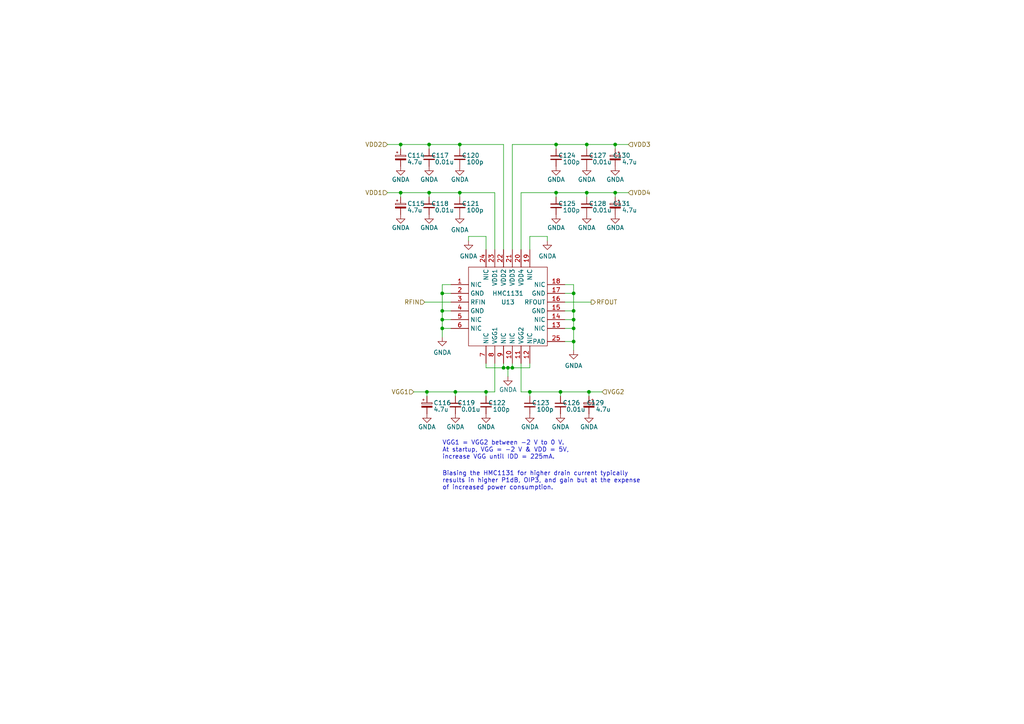
<source format=kicad_sch>
(kicad_sch (version 20211123) (generator eeschema)

  (uuid a0c5a9eb-b1d7-47e2-82e7-a7b45cf0af66)

  (paper "A4")

  (lib_symbols
    (symbol "Analog_Devices:HMC1131" (in_bom yes) (on_board yes)
      (property "Reference" "U13" (id 0) (at 16.51 -5.08 0)
        (effects (font (size 1.27 1.27)))
      )
      (property "Value" "HMC1131" (id 1) (at 16.51 -2.54 0)
        (effects (font (size 1.27 1.27)))
      )
      (property "Footprint" "S23_16_Library:HMC1131LC4TR" (id 2) (at 1.27 7.62 0)
        (effects (font (size 1.27 1.27)) hide)
      )
      (property "Datasheet" "" (id 3) (at 1.27 7.62 0)
        (effects (font (size 1.27 1.27)) hide)
      )
      (symbol "HMC1131_0_1"
        (rectangle (start 5.08 5.08) (end 27.94 -17.78)
          (stroke (width 0) (type default) (color 0 0 0 0))
          (fill (type none))
        )
      )
      (symbol "HMC1131_1_1"
        (pin input line (at 0 0 0) (length 5.08)
          (name "NIC" (effects (font (size 1.27 1.27))))
          (number "1" (effects (font (size 1.27 1.27))))
        )
        (pin input line (at 17.78 -22.86 90) (length 5.08)
          (name "NIC" (effects (font (size 1.27 1.27))))
          (number "10" (effects (font (size 1.27 1.27))))
        )
        (pin input line (at 20.32 -22.86 90) (length 5.08)
          (name "VGG2" (effects (font (size 1.27 1.27))))
          (number "11" (effects (font (size 1.27 1.27))))
        )
        (pin input line (at 22.86 -22.86 90) (length 5.08)
          (name "NIC" (effects (font (size 1.27 1.27))))
          (number "12" (effects (font (size 1.27 1.27))))
        )
        (pin input line (at 33.02 -12.7 180) (length 5.08)
          (name "NIC" (effects (font (size 1.27 1.27))))
          (number "13" (effects (font (size 1.27 1.27))))
        )
        (pin input line (at 33.02 -10.16 180) (length 5.08)
          (name "NIC" (effects (font (size 1.27 1.27))))
          (number "14" (effects (font (size 1.27 1.27))))
        )
        (pin input line (at 33.02 -7.62 180) (length 5.08)
          (name "GND" (effects (font (size 1.27 1.27))))
          (number "15" (effects (font (size 1.27 1.27))))
        )
        (pin input line (at 33.02 -5.08 180) (length 5.08)
          (name "RFOUT" (effects (font (size 1.27 1.27))))
          (number "16" (effects (font (size 1.27 1.27))))
        )
        (pin input line (at 33.02 -2.54 180) (length 5.08)
          (name "GND" (effects (font (size 1.27 1.27))))
          (number "17" (effects (font (size 1.27 1.27))))
        )
        (pin input line (at 33.02 0 180) (length 5.08)
          (name "NIC" (effects (font (size 1.27 1.27))))
          (number "18" (effects (font (size 1.27 1.27))))
        )
        (pin input line (at 22.86 10.16 270) (length 5.08)
          (name "NIC" (effects (font (size 1.27 1.27))))
          (number "19" (effects (font (size 1.27 1.27))))
        )
        (pin input line (at 0 -2.54 0) (length 5.08)
          (name "GND" (effects (font (size 1.27 1.27))))
          (number "2" (effects (font (size 1.27 1.27))))
        )
        (pin input line (at 20.32 10.16 270) (length 5.08)
          (name "VDD4" (effects (font (size 1.27 1.27))))
          (number "20" (effects (font (size 1.27 1.27))))
        )
        (pin input line (at 17.78 10.16 270) (length 5.08)
          (name "VDD3" (effects (font (size 1.27 1.27))))
          (number "21" (effects (font (size 1.27 1.27))))
        )
        (pin input line (at 15.24 10.16 270) (length 5.08)
          (name "VDD2" (effects (font (size 1.27 1.27))))
          (number "22" (effects (font (size 1.27 1.27))))
        )
        (pin input line (at 12.7 10.16 270) (length 5.08)
          (name "VDD1" (effects (font (size 1.27 1.27))))
          (number "23" (effects (font (size 1.27 1.27))))
        )
        (pin input line (at 10.16 10.16 270) (length 5.08)
          (name "NIC" (effects (font (size 1.27 1.27))))
          (number "24" (effects (font (size 1.27 1.27))))
        )
        (pin input line (at 33.02 -16.51 180) (length 5.08)
          (name "PAD" (effects (font (size 1.27 1.27))))
          (number "25" (effects (font (size 1.27 1.27))))
        )
        (pin input line (at 0 -5.08 0) (length 5.08)
          (name "RFIN" (effects (font (size 1.27 1.27))))
          (number "3" (effects (font (size 1.27 1.27))))
        )
        (pin input line (at 0 -7.62 0) (length 5.08)
          (name "GND" (effects (font (size 1.27 1.27))))
          (number "4" (effects (font (size 1.27 1.27))))
        )
        (pin input line (at 0 -10.16 0) (length 5.08)
          (name "NIC" (effects (font (size 1.27 1.27))))
          (number "5" (effects (font (size 1.27 1.27))))
        )
        (pin input line (at 0 -12.7 0) (length 5.08)
          (name "NIC" (effects (font (size 1.27 1.27))))
          (number "6" (effects (font (size 1.27 1.27))))
        )
        (pin input line (at 10.16 -22.86 90) (length 5.08)
          (name "NIC" (effects (font (size 1.27 1.27))))
          (number "7" (effects (font (size 1.27 1.27))))
        )
        (pin input line (at 12.7 -22.86 90) (length 5.08)
          (name "VGG1" (effects (font (size 1.27 1.27))))
          (number "8" (effects (font (size 1.27 1.27))))
        )
        (pin input line (at 15.24 -22.86 90) (length 5.08)
          (name "NIC" (effects (font (size 1.27 1.27))))
          (number "9" (effects (font (size 1.27 1.27))))
        )
      )
    )
    (symbol "Device:C_Polarized_Small" (pin_numbers hide) (pin_names (offset 0.254) hide) (in_bom yes) (on_board yes)
      (property "Reference" "C" (id 0) (at 0.254 1.778 0)
        (effects (font (size 1.27 1.27)) (justify left))
      )
      (property "Value" "C_Polarized_Small" (id 1) (at 0.254 -2.032 0)
        (effects (font (size 1.27 1.27)) (justify left))
      )
      (property "Footprint" "" (id 2) (at 0 0 0)
        (effects (font (size 1.27 1.27)) hide)
      )
      (property "Datasheet" "~" (id 3) (at 0 0 0)
        (effects (font (size 1.27 1.27)) hide)
      )
      (property "ki_keywords" "cap capacitor" (id 4) (at 0 0 0)
        (effects (font (size 1.27 1.27)) hide)
      )
      (property "ki_description" "Polarized capacitor, small symbol" (id 5) (at 0 0 0)
        (effects (font (size 1.27 1.27)) hide)
      )
      (property "ki_fp_filters" "CP_*" (id 6) (at 0 0 0)
        (effects (font (size 1.27 1.27)) hide)
      )
      (symbol "C_Polarized_Small_0_1"
        (rectangle (start -1.524 -0.3048) (end 1.524 -0.6858)
          (stroke (width 0) (type default) (color 0 0 0 0))
          (fill (type outline))
        )
        (rectangle (start -1.524 0.6858) (end 1.524 0.3048)
          (stroke (width 0) (type default) (color 0 0 0 0))
          (fill (type none))
        )
        (polyline
          (pts
            (xy -1.27 1.524)
            (xy -0.762 1.524)
          )
          (stroke (width 0) (type default) (color 0 0 0 0))
          (fill (type none))
        )
        (polyline
          (pts
            (xy -1.016 1.27)
            (xy -1.016 1.778)
          )
          (stroke (width 0) (type default) (color 0 0 0 0))
          (fill (type none))
        )
      )
      (symbol "C_Polarized_Small_1_1"
        (pin passive line (at 0 2.54 270) (length 1.8542)
          (name "~" (effects (font (size 1.27 1.27))))
          (number "1" (effects (font (size 1.27 1.27))))
        )
        (pin passive line (at 0 -2.54 90) (length 1.8542)
          (name "~" (effects (font (size 1.27 1.27))))
          (number "2" (effects (font (size 1.27 1.27))))
        )
      )
    )
    (symbol "Device:C_Small" (pin_numbers hide) (pin_names (offset 0.254) hide) (in_bom yes) (on_board yes)
      (property "Reference" "C" (id 0) (at 0.254 1.778 0)
        (effects (font (size 1.27 1.27)) (justify left))
      )
      (property "Value" "C_Small" (id 1) (at 0.254 -2.032 0)
        (effects (font (size 1.27 1.27)) (justify left))
      )
      (property "Footprint" "" (id 2) (at 0 0 0)
        (effects (font (size 1.27 1.27)) hide)
      )
      (property "Datasheet" "~" (id 3) (at 0 0 0)
        (effects (font (size 1.27 1.27)) hide)
      )
      (property "ki_keywords" "capacitor cap" (id 4) (at 0 0 0)
        (effects (font (size 1.27 1.27)) hide)
      )
      (property "ki_description" "Unpolarized capacitor, small symbol" (id 5) (at 0 0 0)
        (effects (font (size 1.27 1.27)) hide)
      )
      (property "ki_fp_filters" "C_*" (id 6) (at 0 0 0)
        (effects (font (size 1.27 1.27)) hide)
      )
      (symbol "C_Small_0_1"
        (polyline
          (pts
            (xy -1.524 -0.508)
            (xy 1.524 -0.508)
          )
          (stroke (width 0.3302) (type default) (color 0 0 0 0))
          (fill (type none))
        )
        (polyline
          (pts
            (xy -1.524 0.508)
            (xy 1.524 0.508)
          )
          (stroke (width 0.3048) (type default) (color 0 0 0 0))
          (fill (type none))
        )
      )
      (symbol "C_Small_1_1"
        (pin passive line (at 0 2.54 270) (length 2.032)
          (name "~" (effects (font (size 1.27 1.27))))
          (number "1" (effects (font (size 1.27 1.27))))
        )
        (pin passive line (at 0 -2.54 90) (length 2.032)
          (name "~" (effects (font (size 1.27 1.27))))
          (number "2" (effects (font (size 1.27 1.27))))
        )
      )
    )
    (symbol "power:GNDA" (power) (pin_names (offset 0)) (in_bom yes) (on_board yes)
      (property "Reference" "#PWR" (id 0) (at 0 -6.35 0)
        (effects (font (size 1.27 1.27)) hide)
      )
      (property "Value" "GNDA" (id 1) (at 0 -3.81 0)
        (effects (font (size 1.27 1.27)))
      )
      (property "Footprint" "" (id 2) (at 0 0 0)
        (effects (font (size 1.27 1.27)) hide)
      )
      (property "Datasheet" "" (id 3) (at 0 0 0)
        (effects (font (size 1.27 1.27)) hide)
      )
      (property "ki_keywords" "power-flag" (id 4) (at 0 0 0)
        (effects (font (size 1.27 1.27)) hide)
      )
      (property "ki_description" "Power symbol creates a global label with name \"GNDA\" , analog ground" (id 5) (at 0 0 0)
        (effects (font (size 1.27 1.27)) hide)
      )
      (symbol "GNDA_0_1"
        (polyline
          (pts
            (xy 0 0)
            (xy 0 -1.27)
            (xy 1.27 -1.27)
            (xy 0 -2.54)
            (xy -1.27 -1.27)
            (xy 0 -1.27)
          )
          (stroke (width 0) (type default) (color 0 0 0 0))
          (fill (type none))
        )
      )
      (symbol "GNDA_1_1"
        (pin power_in line (at 0 0 270) (length 0) hide
          (name "GNDA" (effects (font (size 1.27 1.27))))
          (number "1" (effects (font (size 1.27 1.27))))
        )
      )
    )
  )

  (junction (at 153.67 113.665) (diameter 0) (color 0 0 0 0)
    (uuid 0d53ea12-0b0b-4d66-9e1e-580ca6280087)
  )
  (junction (at 178.435 55.88) (diameter 0) (color 0 0 0 0)
    (uuid 0ecc5d63-c355-4de4-b0b9-b73504faaac3)
  )
  (junction (at 166.37 90.17) (diameter 0) (color 0 0 0 0)
    (uuid 14df8839-5fbf-4760-a154-8ee75c0d5230)
  )
  (junction (at 166.37 85.09) (diameter 0) (color 0 0 0 0)
    (uuid 16c21efa-5b2a-4897-90ec-b0e9b82abc61)
  )
  (junction (at 128.27 92.71) (diameter 0) (color 0 0 0 0)
    (uuid 3f577233-1d1b-4829-b48c-8ebb561dcb12)
  )
  (junction (at 123.825 113.665) (diameter 0) (color 0 0 0 0)
    (uuid 426850d2-abba-4d35-a4f6-bd382a708740)
  )
  (junction (at 140.97 113.665) (diameter 0) (color 0 0 0 0)
    (uuid 4eabc111-95af-4c49-83e9-1b5aae658670)
  )
  (junction (at 170.18 41.91) (diameter 0) (color 0 0 0 0)
    (uuid 54ec2a0a-5fcc-4c47-8db9-9dca8c88fd04)
  )
  (junction (at 133.35 55.88) (diameter 0) (color 0 0 0 0)
    (uuid 55aa7a33-b9d4-4453-9250-002cf1a79179)
  )
  (junction (at 178.435 41.91) (diameter 0) (color 0 0 0 0)
    (uuid 57cb7ff5-b95f-43b2-96b1-297f60c5288c)
  )
  (junction (at 166.37 95.25) (diameter 0) (color 0 0 0 0)
    (uuid 617aaf66-01c2-4bb4-ac3a-4bec9d6b7417)
  )
  (junction (at 148.59 106.68) (diameter 0) (color 0 0 0 0)
    (uuid 6bf5c9dd-2834-46d1-ba3f-b6f53beecc09)
  )
  (junction (at 162.56 113.665) (diameter 0) (color 0 0 0 0)
    (uuid 7b6ff431-a8eb-4425-8024-851f59e2dbc6)
  )
  (junction (at 116.205 55.88) (diameter 0) (color 0 0 0 0)
    (uuid 7b9484c1-b261-4c55-831d-c0346da43212)
  )
  (junction (at 132.08 113.665) (diameter 0) (color 0 0 0 0)
    (uuid 80086168-0346-4439-be46-dcd6948692da)
  )
  (junction (at 124.46 41.91) (diameter 0) (color 0 0 0 0)
    (uuid 80fbab2e-55f5-4a42-aff0-82c141526a09)
  )
  (junction (at 161.29 41.91) (diameter 0) (color 0 0 0 0)
    (uuid 8ea8d29f-09fc-40f1-a9b7-43aadd85d9aa)
  )
  (junction (at 124.46 55.88) (diameter 0) (color 0 0 0 0)
    (uuid a3e5b48b-cde4-4c63-8b05-7b8cdcd0d04c)
  )
  (junction (at 161.29 55.88) (diameter 0) (color 0 0 0 0)
    (uuid ad20cc67-647c-49aa-9566-59330ee29c1d)
  )
  (junction (at 146.05 106.68) (diameter 0) (color 0 0 0 0)
    (uuid b250f122-42e9-419e-907f-e649b32a0ba1)
  )
  (junction (at 166.37 99.06) (diameter 0) (color 0 0 0 0)
    (uuid b35c5c93-0da8-4c20-9165-969d04b58099)
  )
  (junction (at 128.27 90.17) (diameter 0) (color 0 0 0 0)
    (uuid b5e514a7-9733-4769-9518-d9aa7c642512)
  )
  (junction (at 166.37 92.71) (diameter 0) (color 0 0 0 0)
    (uuid bd1565bf-ed91-404f-a565-bf105eb8f65e)
  )
  (junction (at 128.27 85.09) (diameter 0) (color 0 0 0 0)
    (uuid bd1e2866-e609-4c01-a13e-660299699333)
  )
  (junction (at 116.205 41.91) (diameter 0) (color 0 0 0 0)
    (uuid c7273027-54e9-4ce7-8839-077449cc7677)
  )
  (junction (at 170.18 55.88) (diameter 0) (color 0 0 0 0)
    (uuid d9727ae7-4e36-4616-96e8-0189cf01a236)
  )
  (junction (at 147.32 106.68) (diameter 0) (color 0 0 0 0)
    (uuid dc15951f-52de-493c-bd57-f9dd46d7f6bb)
  )
  (junction (at 133.35 41.91) (diameter 0) (color 0 0 0 0)
    (uuid eb56eccb-a986-4863-88e2-b259e84c3aa3)
  )
  (junction (at 128.27 95.25) (diameter 0) (color 0 0 0 0)
    (uuid f19086e4-3572-4e11-9d7b-9ef6193fed89)
  )
  (junction (at 170.815 113.665) (diameter 0) (color 0 0 0 0)
    (uuid f80b79fa-2f40-4f6f-961a-009ea5577751)
  )

  (wire (pts (xy 170.815 113.665) (xy 170.815 114.935))
    (stroke (width 0) (type default) (color 0 0 0 0))
    (uuid 0f392755-7612-4abe-8608-f4a8b3658575)
  )
  (wire (pts (xy 174.625 113.665) (xy 170.815 113.665))
    (stroke (width 0) (type default) (color 0 0 0 0))
    (uuid 1386eb66-c817-4958-b67a-daa934d4ac7c)
  )
  (wire (pts (xy 116.205 41.91) (xy 116.205 43.18))
    (stroke (width 0) (type default) (color 0 0 0 0))
    (uuid 16a21d95-9fe2-4a90-afe6-c0932dde5a08)
  )
  (wire (pts (xy 128.27 82.55) (xy 128.27 85.09))
    (stroke (width 0) (type default) (color 0 0 0 0))
    (uuid 17e359c7-31de-4764-8325-4d8d31a0c676)
  )
  (wire (pts (xy 178.435 55.88) (xy 178.435 57.15))
    (stroke (width 0) (type default) (color 0 0 0 0))
    (uuid 18536b53-8547-4254-9bf8-33afc0ff0daa)
  )
  (wire (pts (xy 163.83 99.06) (xy 166.37 99.06))
    (stroke (width 0) (type default) (color 0 0 0 0))
    (uuid 18ad2a0b-fb49-4956-a198-047d16d03315)
  )
  (wire (pts (xy 140.97 68.58) (xy 135.89 68.58))
    (stroke (width 0) (type default) (color 0 0 0 0))
    (uuid 2414a678-b5c9-4968-a47a-e7f2cf2babf4)
  )
  (wire (pts (xy 162.56 113.665) (xy 162.56 114.935))
    (stroke (width 0) (type default) (color 0 0 0 0))
    (uuid 25ca43d5-1cf2-4b8d-8cf7-d19e500b2866)
  )
  (wire (pts (xy 161.29 55.88) (xy 151.13 55.88))
    (stroke (width 0) (type default) (color 0 0 0 0))
    (uuid 272a0fa1-d42f-44a3-87eb-e81b9a0ff8a3)
  )
  (wire (pts (xy 128.27 92.71) (xy 130.81 92.71))
    (stroke (width 0) (type default) (color 0 0 0 0))
    (uuid 2b53020d-1c5f-47f6-9fbd-df79c4f971f0)
  )
  (wire (pts (xy 112.395 41.91) (xy 116.205 41.91))
    (stroke (width 0) (type default) (color 0 0 0 0))
    (uuid 35a35b31-aa01-4d10-b4e1-4b110a6c1b21)
  )
  (wire (pts (xy 166.37 85.09) (xy 166.37 90.17))
    (stroke (width 0) (type default) (color 0 0 0 0))
    (uuid 3636a0b1-c29a-47fa-9996-98ea3356867b)
  )
  (wire (pts (xy 140.97 113.665) (xy 140.97 114.935))
    (stroke (width 0) (type default) (color 0 0 0 0))
    (uuid 389c0327-bb3d-49ec-bcc3-9095377e2b32)
  )
  (wire (pts (xy 170.18 41.91) (xy 170.18 43.18))
    (stroke (width 0) (type default) (color 0 0 0 0))
    (uuid 453c2459-291e-4a3a-b3d4-386930ffcead)
  )
  (wire (pts (xy 151.13 105.41) (xy 151.13 113.665))
    (stroke (width 0) (type default) (color 0 0 0 0))
    (uuid 468ab06b-2ea0-4474-ba2d-9342cb19e837)
  )
  (wire (pts (xy 128.27 95.25) (xy 130.81 95.25))
    (stroke (width 0) (type default) (color 0 0 0 0))
    (uuid 47946658-e6d3-4652-8550-e28051b28d1b)
  )
  (wire (pts (xy 140.97 105.41) (xy 140.97 106.68))
    (stroke (width 0) (type default) (color 0 0 0 0))
    (uuid 498ded36-8bc4-465a-b87f-e6489115c449)
  )
  (wire (pts (xy 182.245 41.91) (xy 178.435 41.91))
    (stroke (width 0) (type default) (color 0 0 0 0))
    (uuid 49ff6717-fc75-41aa-862c-5c934f34002c)
  )
  (wire (pts (xy 112.395 55.88) (xy 116.205 55.88))
    (stroke (width 0) (type default) (color 0 0 0 0))
    (uuid 4e05ed38-239b-4b2c-a2c8-219f0730140f)
  )
  (wire (pts (xy 148.59 106.68) (xy 153.67 106.68))
    (stroke (width 0) (type default) (color 0 0 0 0))
    (uuid 509a6b12-b4ae-4bcc-be4f-86080e2c5ee5)
  )
  (wire (pts (xy 143.51 55.88) (xy 143.51 72.39))
    (stroke (width 0) (type default) (color 0 0 0 0))
    (uuid 51e99199-970b-4640-a15d-51a293c1171d)
  )
  (wire (pts (xy 132.08 113.665) (xy 140.97 113.665))
    (stroke (width 0) (type default) (color 0 0 0 0))
    (uuid 53e91f94-7f59-407c-9776-31978d1b9297)
  )
  (wire (pts (xy 123.825 113.665) (xy 132.08 113.665))
    (stroke (width 0) (type default) (color 0 0 0 0))
    (uuid 53f88f7a-4c4f-4086-8d9e-df4dc257c4af)
  )
  (wire (pts (xy 147.32 106.68) (xy 147.32 109.22))
    (stroke (width 0) (type default) (color 0 0 0 0))
    (uuid 546265f5-8439-4fa6-9697-bb0d446bc9d9)
  )
  (wire (pts (xy 182.245 55.88) (xy 178.435 55.88))
    (stroke (width 0) (type default) (color 0 0 0 0))
    (uuid 54f551d0-e5c0-42ef-ab82-b8bbfe7b00c3)
  )
  (wire (pts (xy 146.05 105.41) (xy 146.05 106.68))
    (stroke (width 0) (type default) (color 0 0 0 0))
    (uuid 55d3ff76-e720-46f9-a5d2-229faa2b727b)
  )
  (wire (pts (xy 166.37 92.71) (xy 163.83 92.71))
    (stroke (width 0) (type default) (color 0 0 0 0))
    (uuid 5b279571-3e2a-47fe-9b08-7339c741e025)
  )
  (wire (pts (xy 166.37 95.25) (xy 166.37 99.06))
    (stroke (width 0) (type default) (color 0 0 0 0))
    (uuid 60400e06-f4b1-4947-bb47-7d5771ed11a8)
  )
  (wire (pts (xy 128.27 85.09) (xy 128.27 90.17))
    (stroke (width 0) (type default) (color 0 0 0 0))
    (uuid 63d8101a-62aa-432b-a7f8-82b5a905e916)
  )
  (wire (pts (xy 123.825 113.665) (xy 123.825 114.935))
    (stroke (width 0) (type default) (color 0 0 0 0))
    (uuid 64a2d88f-318e-4141-a6b6-16b32f6192fe)
  )
  (wire (pts (xy 151.13 55.88) (xy 151.13 72.39))
    (stroke (width 0) (type default) (color 0 0 0 0))
    (uuid 665c7855-8a22-420e-a30b-8e94b8a7b760)
  )
  (wire (pts (xy 124.46 41.91) (xy 133.35 41.91))
    (stroke (width 0) (type default) (color 0 0 0 0))
    (uuid 68861418-8134-4ffe-ae9d-1d18b64200c4)
  )
  (wire (pts (xy 130.81 85.09) (xy 128.27 85.09))
    (stroke (width 0) (type default) (color 0 0 0 0))
    (uuid 6a197101-bde0-43ef-a461-c6cd30e26a3c)
  )
  (wire (pts (xy 123.19 87.63) (xy 130.81 87.63))
    (stroke (width 0) (type default) (color 0 0 0 0))
    (uuid 6a2eb2c9-2945-4905-8078-9d59eb335cd5)
  )
  (wire (pts (xy 133.35 41.91) (xy 133.35 43.18))
    (stroke (width 0) (type default) (color 0 0 0 0))
    (uuid 6a9a5d0c-17c8-4076-be63-e4c43b980fe0)
  )
  (wire (pts (xy 133.35 55.88) (xy 143.51 55.88))
    (stroke (width 0) (type default) (color 0 0 0 0))
    (uuid 6da3af2d-1cb6-4c16-a7ef-404e6ef5c529)
  )
  (wire (pts (xy 166.37 95.25) (xy 163.83 95.25))
    (stroke (width 0) (type default) (color 0 0 0 0))
    (uuid 720ce774-3274-4cde-a37e-a7da6dfe41ed)
  )
  (wire (pts (xy 170.18 41.91) (xy 161.29 41.91))
    (stroke (width 0) (type default) (color 0 0 0 0))
    (uuid 75078fd4-3ec0-42eb-8357-2c2059be5ea7)
  )
  (wire (pts (xy 116.205 41.91) (xy 124.46 41.91))
    (stroke (width 0) (type default) (color 0 0 0 0))
    (uuid 77c109b6-9ce0-4517-a79c-101f0d43e8cd)
  )
  (wire (pts (xy 161.29 41.91) (xy 161.29 43.18))
    (stroke (width 0) (type default) (color 0 0 0 0))
    (uuid 7da6cf45-8084-4b47-9b00-a9218ed82d2a)
  )
  (wire (pts (xy 178.435 41.91) (xy 178.435 43.18))
    (stroke (width 0) (type default) (color 0 0 0 0))
    (uuid 7f709b02-a448-4d81-9395-c14d9a97d9ff)
  )
  (wire (pts (xy 153.67 113.665) (xy 151.13 113.665))
    (stroke (width 0) (type default) (color 0 0 0 0))
    (uuid 8ba7600c-d28d-4887-a96f-e82a88c9418b)
  )
  (wire (pts (xy 128.27 90.17) (xy 130.81 90.17))
    (stroke (width 0) (type default) (color 0 0 0 0))
    (uuid 8bd9204a-c3d5-47ce-a88e-1bd5fc82868a)
  )
  (wire (pts (xy 132.08 113.665) (xy 132.08 114.935))
    (stroke (width 0) (type default) (color 0 0 0 0))
    (uuid 8f9b734b-6437-4f79-900c-7ed5d8778a6b)
  )
  (wire (pts (xy 124.46 55.88) (xy 133.35 55.88))
    (stroke (width 0) (type default) (color 0 0 0 0))
    (uuid 92064ad4-71a9-4753-9f14-cbf292bd5d92)
  )
  (wire (pts (xy 143.51 105.41) (xy 143.51 113.665))
    (stroke (width 0) (type default) (color 0 0 0 0))
    (uuid 937e4c67-2dca-40d1-b160-6adcf29f87eb)
  )
  (wire (pts (xy 135.89 68.58) (xy 135.89 69.85))
    (stroke (width 0) (type default) (color 0 0 0 0))
    (uuid 95451b81-d20a-4be7-850d-ee19f304ae6f)
  )
  (wire (pts (xy 148.59 105.41) (xy 148.59 106.68))
    (stroke (width 0) (type default) (color 0 0 0 0))
    (uuid 9724a3a5-6cb8-4718-94f8-fbd5550905b7)
  )
  (wire (pts (xy 178.435 55.88) (xy 170.18 55.88))
    (stroke (width 0) (type default) (color 0 0 0 0))
    (uuid 986b43ce-987b-4c51-990d-45f8401ed96a)
  )
  (wire (pts (xy 170.18 55.88) (xy 161.29 55.88))
    (stroke (width 0) (type default) (color 0 0 0 0))
    (uuid 9934b4ef-14f4-4b7e-999b-d395d613d609)
  )
  (wire (pts (xy 166.37 90.17) (xy 163.83 90.17))
    (stroke (width 0) (type default) (color 0 0 0 0))
    (uuid a2b18714-dae8-427c-b95a-f2ab3dfd9783)
  )
  (wire (pts (xy 166.37 99.06) (xy 166.37 101.6))
    (stroke (width 0) (type default) (color 0 0 0 0))
    (uuid a3250c0f-e25c-49e5-a90b-def9e310b068)
  )
  (wire (pts (xy 153.67 68.58) (xy 158.75 68.58))
    (stroke (width 0) (type default) (color 0 0 0 0))
    (uuid a533770c-d7fa-466b-8520-0407355b8dbd)
  )
  (wire (pts (xy 130.81 82.55) (xy 128.27 82.55))
    (stroke (width 0) (type default) (color 0 0 0 0))
    (uuid a71b3dc4-2257-41ea-9ca3-11b1ea1fe50a)
  )
  (wire (pts (xy 146.05 41.91) (xy 146.05 72.39))
    (stroke (width 0) (type default) (color 0 0 0 0))
    (uuid a97c1d9b-44e1-4028-9107-6a8c2fa8ffe6)
  )
  (wire (pts (xy 161.29 41.91) (xy 148.59 41.91))
    (stroke (width 0) (type default) (color 0 0 0 0))
    (uuid aba61c4f-e310-4ef2-8228-7ea341b090cd)
  )
  (wire (pts (xy 128.27 90.17) (xy 128.27 92.71))
    (stroke (width 0) (type default) (color 0 0 0 0))
    (uuid ad30a8de-39af-49db-97cf-03750150605c)
  )
  (wire (pts (xy 178.435 41.91) (xy 170.18 41.91))
    (stroke (width 0) (type default) (color 0 0 0 0))
    (uuid ad99cc53-ebfb-496b-b76d-51d63e2dc10d)
  )
  (wire (pts (xy 153.67 105.41) (xy 153.67 106.68))
    (stroke (width 0) (type default) (color 0 0 0 0))
    (uuid b346341c-4353-4acd-ac0c-46cb716e82a5)
  )
  (wire (pts (xy 170.18 55.88) (xy 170.18 57.15))
    (stroke (width 0) (type default) (color 0 0 0 0))
    (uuid b6705449-e065-4cf9-b9dc-02b0ee60f548)
  )
  (wire (pts (xy 170.815 113.665) (xy 162.56 113.665))
    (stroke (width 0) (type default) (color 0 0 0 0))
    (uuid ba2467d6-aaaf-458b-b7ab-b5c0468d9ff6)
  )
  (wire (pts (xy 162.56 113.665) (xy 153.67 113.665))
    (stroke (width 0) (type default) (color 0 0 0 0))
    (uuid bc40fa2e-11a7-49b9-96dc-03c7513e2ca7)
  )
  (wire (pts (xy 166.37 90.17) (xy 166.37 92.71))
    (stroke (width 0) (type default) (color 0 0 0 0))
    (uuid bee990b5-a809-4925-ace6-00d4534ac5b4)
  )
  (wire (pts (xy 161.29 55.88) (xy 161.29 57.15))
    (stroke (width 0) (type default) (color 0 0 0 0))
    (uuid c0f4c12b-dc59-442c-84bc-1fd152e7f1e5)
  )
  (wire (pts (xy 140.97 113.665) (xy 143.51 113.665))
    (stroke (width 0) (type default) (color 0 0 0 0))
    (uuid c4725103-1c6f-4b21-84f9-0436b81eebb9)
  )
  (wire (pts (xy 163.83 87.63) (xy 171.45 87.63))
    (stroke (width 0) (type default) (color 0 0 0 0))
    (uuid c5fdeaca-d28f-4c74-8f3d-35a019bf24a8)
  )
  (wire (pts (xy 133.35 55.88) (xy 133.35 57.15))
    (stroke (width 0) (type default) (color 0 0 0 0))
    (uuid c6b179c6-c205-4c00-9bfc-5bc1fa3dcff6)
  )
  (wire (pts (xy 163.83 85.09) (xy 166.37 85.09))
    (stroke (width 0) (type default) (color 0 0 0 0))
    (uuid c80e55f5-c1f1-4434-a6d1-430815c44dff)
  )
  (wire (pts (xy 153.67 113.665) (xy 153.67 114.935))
    (stroke (width 0) (type default) (color 0 0 0 0))
    (uuid c86e0252-36d1-4c7d-bdd0-a2cd0ffb1f92)
  )
  (wire (pts (xy 153.67 72.39) (xy 153.67 68.58))
    (stroke (width 0) (type default) (color 0 0 0 0))
    (uuid c92f9902-e2ef-4bef-85c7-be803e6b8364)
  )
  (wire (pts (xy 158.75 68.58) (xy 158.75 69.85))
    (stroke (width 0) (type default) (color 0 0 0 0))
    (uuid caf4295e-ef8a-4351-aafb-598cb81b87fb)
  )
  (wire (pts (xy 146.05 106.68) (xy 147.32 106.68))
    (stroke (width 0) (type default) (color 0 0 0 0))
    (uuid d45965cb-26ac-4b09-a441-190ae6de9694)
  )
  (wire (pts (xy 116.205 55.88) (xy 116.205 57.15))
    (stroke (width 0) (type default) (color 0 0 0 0))
    (uuid d4cbcc8f-01f7-4c92-8cac-6a2b27f6b100)
  )
  (wire (pts (xy 124.46 55.88) (xy 124.46 57.15))
    (stroke (width 0) (type default) (color 0 0 0 0))
    (uuid e6ec26b4-f68b-4147-9a05-9889058a0e59)
  )
  (wire (pts (xy 124.46 41.91) (xy 124.46 43.18))
    (stroke (width 0) (type default) (color 0 0 0 0))
    (uuid e7987029-2d29-46f4-9c02-59d819877352)
  )
  (wire (pts (xy 120.015 113.665) (xy 123.825 113.665))
    (stroke (width 0) (type default) (color 0 0 0 0))
    (uuid ec697a12-eda1-41bf-8e52-e3422241f5fd)
  )
  (wire (pts (xy 140.97 106.68) (xy 146.05 106.68))
    (stroke (width 0) (type default) (color 0 0 0 0))
    (uuid f031ee3a-6234-4d86-b0a8-447b60e53b1a)
  )
  (wire (pts (xy 163.83 82.55) (xy 166.37 82.55))
    (stroke (width 0) (type default) (color 0 0 0 0))
    (uuid f0fc52a3-1e92-4241-8f50-190ddf88c0a2)
  )
  (wire (pts (xy 148.59 41.91) (xy 148.59 72.39))
    (stroke (width 0) (type default) (color 0 0 0 0))
    (uuid f45c4e3f-b9f0-4543-a338-957401c434bb)
  )
  (wire (pts (xy 140.97 72.39) (xy 140.97 68.58))
    (stroke (width 0) (type default) (color 0 0 0 0))
    (uuid f63500b5-9914-4efc-a7e9-a77768198f16)
  )
  (wire (pts (xy 147.32 106.68) (xy 148.59 106.68))
    (stroke (width 0) (type default) (color 0 0 0 0))
    (uuid f7914771-9efa-416a-b7b6-4a3c13dbb52a)
  )
  (wire (pts (xy 166.37 82.55) (xy 166.37 85.09))
    (stroke (width 0) (type default) (color 0 0 0 0))
    (uuid f9fe8051-2726-410f-b33a-4d8f8f01ade9)
  )
  (wire (pts (xy 128.27 95.25) (xy 128.27 97.79))
    (stroke (width 0) (type default) (color 0 0 0 0))
    (uuid fb63416c-27e9-4f4c-8ac7-a080ed02a4d5)
  )
  (wire (pts (xy 166.37 92.71) (xy 166.37 95.25))
    (stroke (width 0) (type default) (color 0 0 0 0))
    (uuid fb97e110-7297-4c12-883b-e3e6b7ae86cd)
  )
  (wire (pts (xy 116.205 55.88) (xy 124.46 55.88))
    (stroke (width 0) (type default) (color 0 0 0 0))
    (uuid fd42d347-c493-452a-bb05-643dc93b6aa9)
  )
  (wire (pts (xy 133.35 41.91) (xy 146.05 41.91))
    (stroke (width 0) (type default) (color 0 0 0 0))
    (uuid ff2c8df9-4a22-44f3-bafa-6ce64ecec41b)
  )
  (wire (pts (xy 128.27 92.71) (xy 128.27 95.25))
    (stroke (width 0) (type default) (color 0 0 0 0))
    (uuid ffd484a1-3d68-4f7a-8c44-7c2e490831bc)
  )

  (text "Biasing the HMC1131 for higher drain current typically \nresults in higher P1dB, OIP3, and gain but at the expense \nof increased power consumption."
    (at 128.27 142.24 0)
    (effects (font (size 1.27 1.27)) (justify left bottom))
    (uuid 1ffbb40d-e27a-4cdd-8bfa-b2e134b855d6)
  )
  (text "VGG1 = VGG2 between -2 V to 0 V. \nAt startup, VGG = -2 V & VDD = 5V, \nincrease VGG until IDD = 225mA."
    (at 128.27 133.35 0)
    (effects (font (size 1.27 1.27)) (justify left bottom))
    (uuid 82d642d1-e2a7-45fa-a89b-1e639cbf5b52)
  )

  (hierarchical_label "VGG1" (shape input) (at 120.015 113.665 180)
    (effects (font (size 1.27 1.27)) (justify right))
    (uuid 3f0940be-a5b4-49ba-9d04-94c7805ca7e3)
  )
  (hierarchical_label "VDD2" (shape input) (at 112.395 41.91 180)
    (effects (font (size 1.27 1.27)) (justify right))
    (uuid 95ef6a29-e5a8-4234-a9de-1e584183c384)
  )
  (hierarchical_label "VDD3" (shape input) (at 182.245 41.91 0)
    (effects (font (size 1.27 1.27)) (justify left))
    (uuid a5413f76-2e49-40e4-bdf7-03105f92e9d5)
  )
  (hierarchical_label "VDD1" (shape input) (at 112.395 55.88 180)
    (effects (font (size 1.27 1.27)) (justify right))
    (uuid c8b9f5e3-82c4-45ac-bae6-05677efe966c)
  )
  (hierarchical_label "RFOUT" (shape output) (at 171.45 87.63 0)
    (effects (font (size 1.27 1.27)) (justify left))
    (uuid de7d69a4-8fe1-411d-93a4-aa44649c52c7)
  )
  (hierarchical_label "VGG2" (shape input) (at 174.625 113.665 0)
    (effects (font (size 1.27 1.27)) (justify left))
    (uuid e55d2cf9-36ac-4067-bac7-bf42d651c288)
  )
  (hierarchical_label "VDD4" (shape input) (at 182.245 55.88 0)
    (effects (font (size 1.27 1.27)) (justify left))
    (uuid f0232ed3-d41f-4cd2-a40a-b8706189f691)
  )
  (hierarchical_label "RFIN" (shape input) (at 123.19 87.63 180)
    (effects (font (size 1.27 1.27)) (justify right))
    (uuid f0f38926-c7e1-475c-acba-f8e33a61ed60)
  )

  (symbol (lib_id "Device:C_Polarized_Small") (at 116.205 45.72 0) (unit 1)
    (in_bom yes) (on_board yes)
    (uuid 0b4947d0-861c-4842-8290-427f1147083c)
    (property "Reference" "C114" (id 0) (at 118.11 45.085 0)
      (effects (font (size 1.27 1.27)) (justify left))
    )
    (property "Value" "4.7u" (id 1) (at 118.11 46.99 0)
      (effects (font (size 1.27 1.27)) (justify left))
    )
    (property "Footprint" "Capacitor_Tantalum_SMD:CP_EIA-1608-08_AVX-J_Pad1.25x1.05mm_HandSolder" (id 2) (at 116.205 45.72 0)
      (effects (font (size 1.27 1.27)) hide)
    )
    (property "Datasheet" "~" (id 3) (at 116.205 45.72 0)
      (effects (font (size 1.27 1.27)) hide)
    )
    (pin "1" (uuid 4e8515d5-390e-4e5d-9be1-2b5053d8aad3))
    (pin "2" (uuid abba71f3-8db6-4d85-a0b4-556f656d509c))
  )

  (symbol (lib_id "Device:C_Small") (at 153.67 117.475 0) (mirror y) (unit 1)
    (in_bom yes) (on_board yes)
    (uuid 10d62031-fe6c-438e-8fe3-7c01fea47882)
    (property "Reference" "C123" (id 0) (at 156.845 116.84 0))
    (property "Value" "100p" (id 1) (at 158.115 118.745 0))
    (property "Footprint" "Capacitor_SMD:C_0402_1005Metric" (id 2) (at 153.67 117.475 0)
      (effects (font (size 1.27 1.27)) hide)
    )
    (property "Datasheet" "~" (id 3) (at 153.67 117.475 0)
      (effects (font (size 1.27 1.27)) hide)
    )
    (pin "1" (uuid 1cd49739-e461-4a36-ad6f-d0d7f4bae9ff))
    (pin "2" (uuid 12f5b11a-4f0e-4e09-b2ef-279b9eda045b))
  )

  (symbol (lib_id "power:GNDA") (at 153.67 120.015 0) (mirror y) (unit 1)
    (in_bom yes) (on_board yes)
    (uuid 2129cac1-af0a-4a0f-bafa-77231b69d6d1)
    (property "Reference" "#PWR0207" (id 0) (at 153.67 126.365 0)
      (effects (font (size 1.27 1.27)) hide)
    )
    (property "Value" "GNDA" (id 1) (at 153.67 123.825 0))
    (property "Footprint" "" (id 2) (at 153.67 120.015 0)
      (effects (font (size 1.27 1.27)) hide)
    )
    (property "Datasheet" "" (id 3) (at 153.67 120.015 0)
      (effects (font (size 1.27 1.27)) hide)
    )
    (pin "1" (uuid 0058eaf5-0140-4dbd-8535-2d0307dd3e3c))
  )

  (symbol (lib_id "Device:C_Small") (at 124.46 45.72 0) (unit 1)
    (in_bom yes) (on_board yes)
    (uuid 24199fb9-68bd-43f0-8981-e5fefea25796)
    (property "Reference" "C117" (id 0) (at 127.635 45.085 0))
    (property "Value" "0.01u" (id 1) (at 128.905 46.99 0))
    (property "Footprint" "Capacitor_SMD:C_0402_1005Metric" (id 2) (at 124.46 45.72 0)
      (effects (font (size 1.27 1.27)) hide)
    )
    (property "Datasheet" "~" (id 3) (at 124.46 45.72 0)
      (effects (font (size 1.27 1.27)) hide)
    )
    (pin "1" (uuid 51cd1e7e-3144-4839-beb6-8d6acb120a0f))
    (pin "2" (uuid a3960f04-ccda-4f05-98db-31537f699aa9))
  )

  (symbol (lib_id "power:GNDA") (at 116.205 62.23 0) (unit 1)
    (in_bom yes) (on_board yes)
    (uuid 2b707970-1fd1-4980-8d11-85ad66974fb7)
    (property "Reference" "#PWR0196" (id 0) (at 116.205 68.58 0)
      (effects (font (size 1.27 1.27)) hide)
    )
    (property "Value" "GNDA" (id 1) (at 116.205 66.04 0))
    (property "Footprint" "" (id 2) (at 116.205 62.23 0)
      (effects (font (size 1.27 1.27)) hide)
    )
    (property "Datasheet" "" (id 3) (at 116.205 62.23 0)
      (effects (font (size 1.27 1.27)) hide)
    )
    (pin "1" (uuid 7d9638a6-6f59-4189-b603-95cb200bd541))
  )

  (symbol (lib_id "power:GNDA") (at 116.205 48.26 0) (unit 1)
    (in_bom yes) (on_board yes)
    (uuid 378d8a64-034f-445c-860e-529bde265919)
    (property "Reference" "#PWR0195" (id 0) (at 116.205 54.61 0)
      (effects (font (size 1.27 1.27)) hide)
    )
    (property "Value" "GNDA" (id 1) (at 116.205 52.07 0))
    (property "Footprint" "" (id 2) (at 116.205 48.26 0)
      (effects (font (size 1.27 1.27)) hide)
    )
    (property "Datasheet" "" (id 3) (at 116.205 48.26 0)
      (effects (font (size 1.27 1.27)) hide)
    )
    (pin "1" (uuid c357e0e4-f80c-4bca-a4aa-89f7a71d2829))
  )

  (symbol (lib_id "Device:C_Small") (at 161.29 45.72 0) (mirror y) (unit 1)
    (in_bom yes) (on_board yes)
    (uuid 3bb0f9c8-0009-4c74-a6ab-dca8ed930e55)
    (property "Reference" "C124" (id 0) (at 164.465 45.085 0))
    (property "Value" "100p" (id 1) (at 165.735 46.99 0))
    (property "Footprint" "Capacitor_SMD:C_0402_1005Metric" (id 2) (at 161.29 45.72 0)
      (effects (font (size 1.27 1.27)) hide)
    )
    (property "Datasheet" "~" (id 3) (at 161.29 45.72 0)
      (effects (font (size 1.27 1.27)) hide)
    )
    (pin "1" (uuid 4826c191-f691-41a8-960d-fe0ef5ab9510))
    (pin "2" (uuid fb9b55a0-79af-42cc-8263-eafdfa51ebc7))
  )

  (symbol (lib_id "power:GNDA") (at 161.29 62.23 0) (mirror y) (unit 1)
    (in_bom yes) (on_board yes)
    (uuid 480709c2-b15a-40cb-9c3a-c67a0de726be)
    (property "Reference" "#PWR0210" (id 0) (at 161.29 68.58 0)
      (effects (font (size 1.27 1.27)) hide)
    )
    (property "Value" "GNDA" (id 1) (at 161.29 66.04 0))
    (property "Footprint" "" (id 2) (at 161.29 62.23 0)
      (effects (font (size 1.27 1.27)) hide)
    )
    (property "Datasheet" "" (id 3) (at 161.29 62.23 0)
      (effects (font (size 1.27 1.27)) hide)
    )
    (pin "1" (uuid d60fd051-1536-444f-a8e4-4df1df02ca05))
  )

  (symbol (lib_id "power:GNDA") (at 124.46 62.23 0) (unit 1)
    (in_bom yes) (on_board yes)
    (uuid 4911c96c-c3e3-4d96-9534-ed896d9123d9)
    (property "Reference" "#PWR0199" (id 0) (at 124.46 68.58 0)
      (effects (font (size 1.27 1.27)) hide)
    )
    (property "Value" "GNDA" (id 1) (at 124.46 66.04 0))
    (property "Footprint" "" (id 2) (at 124.46 62.23 0)
      (effects (font (size 1.27 1.27)) hide)
    )
    (property "Datasheet" "" (id 3) (at 124.46 62.23 0)
      (effects (font (size 1.27 1.27)) hide)
    )
    (pin "1" (uuid 1c5e8c8c-3a34-4b68-9faf-8a170299343a))
  )

  (symbol (lib_id "Analog_Devices:HMC1131") (at 130.81 82.55 0) (unit 1)
    (in_bom yes) (on_board yes)
    (uuid 4d3c19d0-c40e-45e4-b623-501f72e182be)
    (property "Reference" "U13" (id 0) (at 147.32 87.63 0))
    (property "Value" "HMC1131" (id 1) (at 147.32 85.09 0))
    (property "Footprint" "S23_16_Library:HMC1131LC4TR" (id 2) (at 132.08 74.93 0)
      (effects (font (size 1.27 1.27)) hide)
    )
    (property "Datasheet" "" (id 3) (at 132.08 74.93 0)
      (effects (font (size 1.27 1.27)) hide)
    )
    (pin "1" (uuid 765b693c-81e8-43f0-926a-3d0344f27464))
    (pin "10" (uuid 461a1268-8a19-4a73-b89f-b035e5996465))
    (pin "11" (uuid 3c0fd173-3b41-40d4-9f48-2138ae61e946))
    (pin "12" (uuid 2f9fe372-d572-4105-9701-8917b3199709))
    (pin "13" (uuid 9401e704-49b5-468f-9b90-70bb5a6c7b1a))
    (pin "14" (uuid a5171483-afa2-4126-aa39-74417e680326))
    (pin "15" (uuid 374f28c3-949f-4aab-b625-7db1595dd6ff))
    (pin "16" (uuid 671d9eab-8f4c-4e48-a395-88ffd3ab8c09))
    (pin "17" (uuid c4fb2920-7697-4039-98af-15d017356d2c))
    (pin "18" (uuid 67be1e6e-96bd-47bc-925f-54bee16c0364))
    (pin "19" (uuid ceecd56d-b9d9-4b08-9199-50cebfbacd61))
    (pin "2" (uuid ca51bf95-3a49-4d58-a78e-90441c4ecbb8))
    (pin "20" (uuid d896ef5b-81f9-4019-9ca8-5680f34cca88))
    (pin "21" (uuid ab1f5487-d20c-4d60-bb6b-41e8fcf38364))
    (pin "22" (uuid 8db1338f-d960-411d-9451-3af6091265f7))
    (pin "23" (uuid 20eed0b7-580f-4b5e-9828-8607255127ca))
    (pin "24" (uuid 0d6907e0-0765-4f99-8fc7-253bea9bcb8c))
    (pin "25" (uuid a3163d6b-d9b2-4ced-8c88-25a1e9093dba))
    (pin "3" (uuid a4b83ac7-1967-4c24-9e4e-b092ef1f9de5))
    (pin "4" (uuid d1148aa1-45cc-4c19-b7f7-b99b8d25e04b))
    (pin "5" (uuid c082e4e8-cc84-498c-b873-99936bc46db8))
    (pin "6" (uuid 72c5af8e-3a38-4435-8594-f73e1a7e6983))
    (pin "7" (uuid e8eec432-cecd-4ab2-ae78-ed65e8d6b4b6))
    (pin "8" (uuid 6f66d983-1492-4a54-aa37-41a92df285a1))
    (pin "9" (uuid c5a6c0fb-a78a-46c7-8923-27bf2bf98778))
  )

  (symbol (lib_id "power:GNDA") (at 123.825 120.015 0) (unit 1)
    (in_bom yes) (on_board yes)
    (uuid 541e4746-3e8a-4c6c-acfd-5183766b823c)
    (property "Reference" "#PWR0197" (id 0) (at 123.825 126.365 0)
      (effects (font (size 1.27 1.27)) hide)
    )
    (property "Value" "GNDA" (id 1) (at 123.825 123.825 0))
    (property "Footprint" "" (id 2) (at 123.825 120.015 0)
      (effects (font (size 1.27 1.27)) hide)
    )
    (property "Datasheet" "" (id 3) (at 123.825 120.015 0)
      (effects (font (size 1.27 1.27)) hide)
    )
    (pin "1" (uuid aff5f8a1-160f-408a-b32e-32cc45927c61))
  )

  (symbol (lib_id "power:GNDA") (at 135.89 69.85 0) (unit 1)
    (in_bom yes) (on_board yes)
    (uuid 552dc00b-01e0-49bd-bba1-23345828b145)
    (property "Reference" "#PWR0204" (id 0) (at 135.89 76.2 0)
      (effects (font (size 1.27 1.27)) hide)
    )
    (property "Value" "GNDA" (id 1) (at 135.89 74.295 0))
    (property "Footprint" "" (id 2) (at 135.89 69.85 0)
      (effects (font (size 1.27 1.27)) hide)
    )
    (property "Datasheet" "" (id 3) (at 135.89 69.85 0)
      (effects (font (size 1.27 1.27)) hide)
    )
    (pin "1" (uuid e288e79f-de7b-41ba-8f83-167047df5a19))
  )

  (symbol (lib_id "power:GNDA") (at 132.08 120.015 0) (unit 1)
    (in_bom yes) (on_board yes)
    (uuid 58b7438c-8808-4840-ad52-6e3f5822b639)
    (property "Reference" "#PWR0201" (id 0) (at 132.08 126.365 0)
      (effects (font (size 1.27 1.27)) hide)
    )
    (property "Value" "GNDA" (id 1) (at 132.08 123.825 0))
    (property "Footprint" "" (id 2) (at 132.08 120.015 0)
      (effects (font (size 1.27 1.27)) hide)
    )
    (property "Datasheet" "" (id 3) (at 132.08 120.015 0)
      (effects (font (size 1.27 1.27)) hide)
    )
    (pin "1" (uuid 27aeaeae-a0d9-4292-bc12-dd715a790e83))
  )

  (symbol (lib_id "Device:C_Polarized_Small") (at 116.205 59.69 0) (unit 1)
    (in_bom yes) (on_board yes)
    (uuid 5cfd2763-9418-4819-8ecc-97e8a5408053)
    (property "Reference" "C115" (id 0) (at 118.11 59.055 0)
      (effects (font (size 1.27 1.27)) (justify left))
    )
    (property "Value" "4.7u" (id 1) (at 118.11 60.96 0)
      (effects (font (size 1.27 1.27)) (justify left))
    )
    (property "Footprint" "Capacitor_Tantalum_SMD:CP_EIA-1608-08_AVX-J_Pad1.25x1.05mm_HandSolder" (id 2) (at 116.205 59.69 0)
      (effects (font (size 1.27 1.27)) hide)
    )
    (property "Datasheet" "~" (id 3) (at 116.205 59.69 0)
      (effects (font (size 1.27 1.27)) hide)
    )
    (pin "1" (uuid 692b5cb3-6c0d-4f3e-b859-4931f4ad7b6b))
    (pin "2" (uuid 287055f7-c38d-4f41-be3b-fe150ae3df58))
  )

  (symbol (lib_id "power:GNDA") (at 170.815 120.015 0) (mirror y) (unit 1)
    (in_bom yes) (on_board yes)
    (uuid 61da6dbf-7285-4def-b30f-8074dc2e49c9)
    (property "Reference" "#PWR0215" (id 0) (at 170.815 126.365 0)
      (effects (font (size 1.27 1.27)) hide)
    )
    (property "Value" "GNDA" (id 1) (at 170.815 123.825 0))
    (property "Footprint" "" (id 2) (at 170.815 120.015 0)
      (effects (font (size 1.27 1.27)) hide)
    )
    (property "Datasheet" "" (id 3) (at 170.815 120.015 0)
      (effects (font (size 1.27 1.27)) hide)
    )
    (pin "1" (uuid 08ee1516-2def-47e6-a96c-5bfa58c7215f))
  )

  (symbol (lib_id "Device:C_Small") (at 161.29 59.69 0) (mirror y) (unit 1)
    (in_bom yes) (on_board yes)
    (uuid 6b639e50-b520-4320-a307-afdbbbf09c9d)
    (property "Reference" "C125" (id 0) (at 164.465 59.055 0))
    (property "Value" "100p" (id 1) (at 165.735 60.96 0))
    (property "Footprint" "Capacitor_SMD:C_0402_1005Metric" (id 2) (at 161.29 59.69 0)
      (effects (font (size 1.27 1.27)) hide)
    )
    (property "Datasheet" "~" (id 3) (at 161.29 59.69 0)
      (effects (font (size 1.27 1.27)) hide)
    )
    (pin "1" (uuid 4d9545d9-260b-44f8-a027-dbe395629c20))
    (pin "2" (uuid a2a2536e-96b9-46f7-90d9-e9436d869fa8))
  )

  (symbol (lib_id "Device:C_Polarized_Small") (at 178.435 45.72 0) (mirror y) (unit 1)
    (in_bom yes) (on_board yes)
    (uuid 6b838661-1133-4fab-8685-9aec3fd0841e)
    (property "Reference" "C130" (id 0) (at 182.88 45.085 0)
      (effects (font (size 1.27 1.27)) (justify left))
    )
    (property "Value" "4.7u" (id 1) (at 184.785 46.99 0)
      (effects (font (size 1.27 1.27)) (justify left))
    )
    (property "Footprint" "Capacitor_Tantalum_SMD:CP_EIA-1608-10_AVX-L_Pad1.25x1.05mm_HandSolder" (id 2) (at 178.435 45.72 0)
      (effects (font (size 1.27 1.27)) hide)
    )
    (property "Datasheet" "~" (id 3) (at 178.435 45.72 0)
      (effects (font (size 1.27 1.27)) hide)
    )
    (pin "1" (uuid dcbe5b07-ad79-43e0-9192-1a7f1cc1b8c9))
    (pin "2" (uuid 4d507186-1162-4f79-bfc1-d6834254ad1d))
  )

  (symbol (lib_id "power:GNDA") (at 162.56 120.015 0) (mirror y) (unit 1)
    (in_bom yes) (on_board yes)
    (uuid 6c009d51-3cc2-4942-9eeb-c4260bbd50ec)
    (property "Reference" "#PWR0211" (id 0) (at 162.56 126.365 0)
      (effects (font (size 1.27 1.27)) hide)
    )
    (property "Value" "GNDA" (id 1) (at 162.56 123.825 0))
    (property "Footprint" "" (id 2) (at 162.56 120.015 0)
      (effects (font (size 1.27 1.27)) hide)
    )
    (property "Datasheet" "" (id 3) (at 162.56 120.015 0)
      (effects (font (size 1.27 1.27)) hide)
    )
    (pin "1" (uuid 4f3e48e8-660f-4f3c-8805-b950619803ff))
  )

  (symbol (lib_id "power:GNDA") (at 166.37 101.6 0) (mirror y) (unit 1)
    (in_bom yes) (on_board yes)
    (uuid 6c1baf24-6f8c-486f-9f49-e24b1fc53f8b)
    (property "Reference" "#PWR0212" (id 0) (at 166.37 107.95 0)
      (effects (font (size 1.27 1.27)) hide)
    )
    (property "Value" "GNDA" (id 1) (at 166.37 106.045 0))
    (property "Footprint" "" (id 2) (at 166.37 101.6 0)
      (effects (font (size 1.27 1.27)) hide)
    )
    (property "Datasheet" "" (id 3) (at 166.37 101.6 0)
      (effects (font (size 1.27 1.27)) hide)
    )
    (pin "1" (uuid db022b1c-911c-4557-bb41-1c8f141c273e))
  )

  (symbol (lib_id "power:GNDA") (at 147.32 109.22 0) (mirror y) (unit 1)
    (in_bom yes) (on_board yes)
    (uuid 6e54e90f-86b8-4603-8b42-b6eae1447cda)
    (property "Reference" "#PWR0206" (id 0) (at 147.32 115.57 0)
      (effects (font (size 1.27 1.27)) hide)
    )
    (property "Value" "GNDA" (id 1) (at 147.32 113.03 0))
    (property "Footprint" "" (id 2) (at 147.32 109.22 0)
      (effects (font (size 1.27 1.27)) hide)
    )
    (property "Datasheet" "" (id 3) (at 147.32 109.22 0)
      (effects (font (size 1.27 1.27)) hide)
    )
    (pin "1" (uuid 8a392cc7-b3b5-4147-8626-c411ac51f71b))
  )

  (symbol (lib_id "Device:C_Small") (at 170.18 45.72 0) (mirror y) (unit 1)
    (in_bom yes) (on_board yes)
    (uuid 71804233-9057-4ca1-9244-74fce89721e2)
    (property "Reference" "C127" (id 0) (at 173.355 45.085 0))
    (property "Value" "0.01u" (id 1) (at 174.625 46.99 0))
    (property "Footprint" "Capacitor_SMD:C_0402_1005Metric" (id 2) (at 170.18 45.72 0)
      (effects (font (size 1.27 1.27)) hide)
    )
    (property "Datasheet" "~" (id 3) (at 170.18 45.72 0)
      (effects (font (size 1.27 1.27)) hide)
    )
    (pin "1" (uuid 07667a78-8dde-4b81-afd6-faaebfbd05cb))
    (pin "2" (uuid ce84bcaa-1f90-450a-b4cc-6ae69b4448e9))
  )

  (symbol (lib_id "Device:C_Polarized_Small") (at 170.815 117.475 0) (mirror y) (unit 1)
    (in_bom yes) (on_board yes)
    (uuid 73bdd388-b5ad-4297-947e-48ef6d6a44de)
    (property "Reference" "C129" (id 0) (at 175.26 116.84 0)
      (effects (font (size 1.27 1.27)) (justify left))
    )
    (property "Value" "4.7u" (id 1) (at 177.165 118.745 0)
      (effects (font (size 1.27 1.27)) (justify left))
    )
    (property "Footprint" "Capacitor_Tantalum_SMD:CP_EIA-1608-10_AVX-L_Pad1.25x1.05mm_HandSolder" (id 2) (at 170.815 117.475 0)
      (effects (font (size 1.27 1.27)) hide)
    )
    (property "Datasheet" "~" (id 3) (at 170.815 117.475 0)
      (effects (font (size 1.27 1.27)) hide)
    )
    (pin "1" (uuid d8df1a30-f67a-4ffc-9d3f-d966a34b3113))
    (pin "2" (uuid bfc78e9a-fdc2-42a5-9da7-f55f566ee26f))
  )

  (symbol (lib_id "power:GNDA") (at 158.75 69.85 0) (mirror y) (unit 1)
    (in_bom yes) (on_board yes)
    (uuid 7cb9ced5-7dfe-4113-933a-76a0cf002542)
    (property "Reference" "#PWR0208" (id 0) (at 158.75 76.2 0)
      (effects (font (size 1.27 1.27)) hide)
    )
    (property "Value" "GNDA" (id 1) (at 158.75 74.295 0))
    (property "Footprint" "" (id 2) (at 158.75 69.85 0)
      (effects (font (size 1.27 1.27)) hide)
    )
    (property "Datasheet" "" (id 3) (at 158.75 69.85 0)
      (effects (font (size 1.27 1.27)) hide)
    )
    (pin "1" (uuid ad8951d4-0c4f-449c-8951-b4b50cb8797d))
  )

  (symbol (lib_id "Device:C_Small") (at 170.18 59.69 0) (mirror y) (unit 1)
    (in_bom yes) (on_board yes)
    (uuid 84f4fe15-fe0a-4eab-86d4-37c0c6fc3aa7)
    (property "Reference" "C128" (id 0) (at 173.355 59.055 0))
    (property "Value" "0.01u" (id 1) (at 174.625 60.96 0))
    (property "Footprint" "Capacitor_SMD:C_0402_1005Metric" (id 2) (at 170.18 59.69 0)
      (effects (font (size 1.27 1.27)) hide)
    )
    (property "Datasheet" "~" (id 3) (at 170.18 59.69 0)
      (effects (font (size 1.27 1.27)) hide)
    )
    (pin "1" (uuid 92406f74-1bd1-4d75-b7e5-0fa517001a0b))
    (pin "2" (uuid 2a33dda6-ac2e-4c72-b6cc-b3baa5e0eeb3))
  )

  (symbol (lib_id "Device:C_Small") (at 132.08 117.475 0) (unit 1)
    (in_bom yes) (on_board yes)
    (uuid 8d06214d-f167-4cea-b07c-6322b8895f6f)
    (property "Reference" "C119" (id 0) (at 135.255 116.84 0))
    (property "Value" "0.01u" (id 1) (at 136.525 118.745 0))
    (property "Footprint" "Capacitor_SMD:C_0402_1005Metric" (id 2) (at 132.08 117.475 0)
      (effects (font (size 1.27 1.27)) hide)
    )
    (property "Datasheet" "~" (id 3) (at 132.08 117.475 0)
      (effects (font (size 1.27 1.27)) hide)
    )
    (pin "1" (uuid 3d759bb3-18b1-432f-8fa4-ed921649a687))
    (pin "2" (uuid f9d583dc-d58b-4a50-82ed-38df9d26d0dc))
  )

  (symbol (lib_id "Device:C_Polarized_Small") (at 178.435 59.69 0) (mirror y) (unit 1)
    (in_bom yes) (on_board yes)
    (uuid 9107490f-a6eb-4c7f-9e1e-12d8b8228ea5)
    (property "Reference" "C131" (id 0) (at 182.88 59.055 0)
      (effects (font (size 1.27 1.27)) (justify left))
    )
    (property "Value" "4.7u" (id 1) (at 184.785 60.96 0)
      (effects (font (size 1.27 1.27)) (justify left))
    )
    (property "Footprint" "Capacitor_Tantalum_SMD:CP_EIA-1608-10_AVX-L_Pad1.25x1.05mm_HandSolder" (id 2) (at 178.435 59.69 0)
      (effects (font (size 1.27 1.27)) hide)
    )
    (property "Datasheet" "~" (id 3) (at 178.435 59.69 0)
      (effects (font (size 1.27 1.27)) hide)
    )
    (pin "1" (uuid 1db0c4f0-9664-4e98-9210-cbe532596033))
    (pin "2" (uuid 6d25401c-6db6-4e70-9bdf-40ffbc3426d0))
  )

  (symbol (lib_id "power:GNDA") (at 178.435 48.26 0) (mirror y) (unit 1)
    (in_bom yes) (on_board yes)
    (uuid 93d53c5f-f7bc-43f0-8a6d-82100633cfd6)
    (property "Reference" "#PWR0216" (id 0) (at 178.435 54.61 0)
      (effects (font (size 1.27 1.27)) hide)
    )
    (property "Value" "GNDA" (id 1) (at 178.435 52.07 0))
    (property "Footprint" "" (id 2) (at 178.435 48.26 0)
      (effects (font (size 1.27 1.27)) hide)
    )
    (property "Datasheet" "" (id 3) (at 178.435 48.26 0)
      (effects (font (size 1.27 1.27)) hide)
    )
    (pin "1" (uuid 2ee95bb0-6bae-487f-9abf-f2ea8d162953))
  )

  (symbol (lib_id "power:GNDA") (at 133.35 48.26 0) (unit 1)
    (in_bom yes) (on_board yes)
    (uuid 968e40db-caf2-4482-a810-4ac1124351eb)
    (property "Reference" "#PWR0202" (id 0) (at 133.35 54.61 0)
      (effects (font (size 1.27 1.27)) hide)
    )
    (property "Value" "GNDA" (id 1) (at 133.35 52.07 0))
    (property "Footprint" "" (id 2) (at 133.35 48.26 0)
      (effects (font (size 1.27 1.27)) hide)
    )
    (property "Datasheet" "" (id 3) (at 133.35 48.26 0)
      (effects (font (size 1.27 1.27)) hide)
    )
    (pin "1" (uuid 087aac4d-757e-484b-9300-7f8f14601244))
  )

  (symbol (lib_id "power:GNDA") (at 161.29 48.26 0) (mirror y) (unit 1)
    (in_bom yes) (on_board yes)
    (uuid 9d2092d8-0103-4653-ac9d-74e8ae188435)
    (property "Reference" "#PWR0209" (id 0) (at 161.29 54.61 0)
      (effects (font (size 1.27 1.27)) hide)
    )
    (property "Value" "GNDA" (id 1) (at 161.29 52.07 0))
    (property "Footprint" "" (id 2) (at 161.29 48.26 0)
      (effects (font (size 1.27 1.27)) hide)
    )
    (property "Datasheet" "" (id 3) (at 161.29 48.26 0)
      (effects (font (size 1.27 1.27)) hide)
    )
    (pin "1" (uuid 981176c0-f47d-4c3f-9514-3a698f0ecd6b))
  )

  (symbol (lib_id "Device:C_Small") (at 124.46 59.69 0) (unit 1)
    (in_bom yes) (on_board yes)
    (uuid a2a4ed64-1a2f-4d65-b5cc-b4b001a1654e)
    (property "Reference" "C118" (id 0) (at 127.635 59.055 0))
    (property "Value" "0.01u" (id 1) (at 128.905 60.96 0))
    (property "Footprint" "Capacitor_SMD:C_0402_1005Metric" (id 2) (at 124.46 59.69 0)
      (effects (font (size 1.27 1.27)) hide)
    )
    (property "Datasheet" "~" (id 3) (at 124.46 59.69 0)
      (effects (font (size 1.27 1.27)) hide)
    )
    (pin "1" (uuid ddd892d8-823d-4a25-98cb-c3bc9b07e3f7))
    (pin "2" (uuid 3dfbb8b8-3ce0-4660-bcdf-c50aa5cd27cd))
  )

  (symbol (lib_id "power:GNDA") (at 140.97 120.015 0) (unit 1)
    (in_bom yes) (on_board yes)
    (uuid b3a19174-ed3a-4943-8aaf-18a731aa8efd)
    (property "Reference" "#PWR0205" (id 0) (at 140.97 126.365 0)
      (effects (font (size 1.27 1.27)) hide)
    )
    (property "Value" "GNDA" (id 1) (at 140.97 123.825 0))
    (property "Footprint" "" (id 2) (at 140.97 120.015 0)
      (effects (font (size 1.27 1.27)) hide)
    )
    (property "Datasheet" "" (id 3) (at 140.97 120.015 0)
      (effects (font (size 1.27 1.27)) hide)
    )
    (pin "1" (uuid 7d58c17f-d534-4306-99e5-dfd897f4d9cf))
  )

  (symbol (lib_id "power:GNDA") (at 128.27 97.79 0) (unit 1)
    (in_bom yes) (on_board yes)
    (uuid c08c7f96-bc2d-4999-a05a-7e9295febfee)
    (property "Reference" "#PWR0200" (id 0) (at 128.27 104.14 0)
      (effects (font (size 1.27 1.27)) hide)
    )
    (property "Value" "GNDA" (id 1) (at 128.27 102.235 0))
    (property "Footprint" "" (id 2) (at 128.27 97.79 0)
      (effects (font (size 1.27 1.27)) hide)
    )
    (property "Datasheet" "" (id 3) (at 128.27 97.79 0)
      (effects (font (size 1.27 1.27)) hide)
    )
    (pin "1" (uuid adb987a4-872d-400a-99db-561bd819389f))
  )

  (symbol (lib_id "Device:C_Small") (at 133.35 59.69 0) (unit 1)
    (in_bom yes) (on_board yes)
    (uuid c19291c2-74ff-4daf-bd76-1d5f1a985da8)
    (property "Reference" "C121" (id 0) (at 136.525 59.055 0))
    (property "Value" "100p" (id 1) (at 137.795 60.96 0))
    (property "Footprint" "Capacitor_SMD:C_0402_1005Metric" (id 2) (at 133.35 59.69 0)
      (effects (font (size 1.27 1.27)) hide)
    )
    (property "Datasheet" "~" (id 3) (at 133.35 59.69 0)
      (effects (font (size 1.27 1.27)) hide)
    )
    (pin "1" (uuid 18487186-c083-42a4-a2fc-9d133ebb2246))
    (pin "2" (uuid 8bd50948-0253-4bd8-8656-c597cfc729a7))
  )

  (symbol (lib_id "power:GNDA") (at 170.18 62.23 0) (mirror y) (unit 1)
    (in_bom yes) (on_board yes)
    (uuid c37f9d98-7f6b-4885-bdd1-5804de80c9e4)
    (property "Reference" "#PWR0214" (id 0) (at 170.18 68.58 0)
      (effects (font (size 1.27 1.27)) hide)
    )
    (property "Value" "GNDA" (id 1) (at 170.18 66.04 0))
    (property "Footprint" "" (id 2) (at 170.18 62.23 0)
      (effects (font (size 1.27 1.27)) hide)
    )
    (property "Datasheet" "" (id 3) (at 170.18 62.23 0)
      (effects (font (size 1.27 1.27)) hide)
    )
    (pin "1" (uuid 336fc425-ec46-4507-839d-27b1b7a9d7c4))
  )

  (symbol (lib_id "power:GNDA") (at 178.435 62.23 0) (mirror y) (unit 1)
    (in_bom yes) (on_board yes)
    (uuid d1bf16d7-b541-4a01-bcc7-697aec1b4f87)
    (property "Reference" "#PWR0217" (id 0) (at 178.435 68.58 0)
      (effects (font (size 1.27 1.27)) hide)
    )
    (property "Value" "GNDA" (id 1) (at 178.435 66.04 0))
    (property "Footprint" "" (id 2) (at 178.435 62.23 0)
      (effects (font (size 1.27 1.27)) hide)
    )
    (property "Datasheet" "" (id 3) (at 178.435 62.23 0)
      (effects (font (size 1.27 1.27)) hide)
    )
    (pin "1" (uuid 0985f18f-a1b6-467f-a309-9baa14c3fb99))
  )

  (symbol (lib_id "Device:C_Small") (at 133.35 45.72 0) (unit 1)
    (in_bom yes) (on_board yes)
    (uuid db6490fe-bd38-401d-882c-9315617a558c)
    (property "Reference" "C120" (id 0) (at 136.525 45.085 0))
    (property "Value" "100p" (id 1) (at 137.795 46.99 0))
    (property "Footprint" "Capacitor_SMD:C_0402_1005Metric" (id 2) (at 133.35 45.72 0)
      (effects (font (size 1.27 1.27)) hide)
    )
    (property "Datasheet" "~" (id 3) (at 133.35 45.72 0)
      (effects (font (size 1.27 1.27)) hide)
    )
    (pin "1" (uuid 9b558b21-ca89-44c5-a5e5-a04d1b52b68c))
    (pin "2" (uuid f2b42559-fe95-49ad-a706-17b62eaefcb2))
  )

  (symbol (lib_id "Device:C_Polarized_Small") (at 123.825 117.475 0) (unit 1)
    (in_bom yes) (on_board yes)
    (uuid dc5d36e4-0af4-4fda-8e4f-a063b89adfe6)
    (property "Reference" "C116" (id 0) (at 125.73 116.84 0)
      (effects (font (size 1.27 1.27)) (justify left))
    )
    (property "Value" "4.7u" (id 1) (at 125.73 118.745 0)
      (effects (font (size 1.27 1.27)) (justify left))
    )
    (property "Footprint" "Capacitor_Tantalum_SMD:CP_EIA-1608-08_AVX-J_Pad1.25x1.05mm_HandSolder" (id 2) (at 123.825 117.475 0)
      (effects (font (size 1.27 1.27)) hide)
    )
    (property "Datasheet" "~" (id 3) (at 123.825 117.475 0)
      (effects (font (size 1.27 1.27)) hide)
    )
    (pin "1" (uuid 03eb356b-cd9b-4f86-b10b-d15637ddc3c0))
    (pin "2" (uuid 2dde7dec-8be2-43b3-a917-44f0778695e1))
  )

  (symbol (lib_id "Device:C_Small") (at 162.56 117.475 0) (mirror y) (unit 1)
    (in_bom yes) (on_board yes)
    (uuid dd27459c-74a9-4de9-89b2-2a593e378fa8)
    (property "Reference" "C126" (id 0) (at 165.735 116.84 0))
    (property "Value" "0.01u" (id 1) (at 167.005 118.745 0))
    (property "Footprint" "Capacitor_SMD:C_0402_1005Metric" (id 2) (at 162.56 117.475 0)
      (effects (font (size 1.27 1.27)) hide)
    )
    (property "Datasheet" "~" (id 3) (at 162.56 117.475 0)
      (effects (font (size 1.27 1.27)) hide)
    )
    (pin "1" (uuid a624aebf-f656-47a9-aeff-921384f5bdff))
    (pin "2" (uuid 55755638-1c9b-4bb9-9ff3-f2bf4fe0ca79))
  )

  (symbol (lib_id "power:GNDA") (at 133.35 62.23 0) (unit 1)
    (in_bom yes) (on_board yes)
    (uuid ead9cb30-7181-4e64-b8d0-0532218e70e6)
    (property "Reference" "#PWR0203" (id 0) (at 133.35 68.58 0)
      (effects (font (size 1.27 1.27)) hide)
    )
    (property "Value" "GNDA" (id 1) (at 133.35 66.675 0))
    (property "Footprint" "" (id 2) (at 133.35 62.23 0)
      (effects (font (size 1.27 1.27)) hide)
    )
    (property "Datasheet" "" (id 3) (at 133.35 62.23 0)
      (effects (font (size 1.27 1.27)) hide)
    )
    (pin "1" (uuid a6caed56-3590-451d-a427-2a3c8289441a))
  )

  (symbol (lib_id "power:GNDA") (at 124.46 48.26 0) (unit 1)
    (in_bom yes) (on_board yes)
    (uuid eea23e83-a538-483e-8832-87bbee68394b)
    (property "Reference" "#PWR0198" (id 0) (at 124.46 54.61 0)
      (effects (font (size 1.27 1.27)) hide)
    )
    (property "Value" "GNDA" (id 1) (at 124.46 52.07 0))
    (property "Footprint" "" (id 2) (at 124.46 48.26 0)
      (effects (font (size 1.27 1.27)) hide)
    )
    (property "Datasheet" "" (id 3) (at 124.46 48.26 0)
      (effects (font (size 1.27 1.27)) hide)
    )
    (pin "1" (uuid d528b3fd-789f-42a7-bc04-a12383d42c7c))
  )

  (symbol (lib_id "Device:C_Small") (at 140.97 117.475 0) (unit 1)
    (in_bom yes) (on_board yes)
    (uuid fb098dee-c880-4088-b3e0-665709d92e1c)
    (property "Reference" "C122" (id 0) (at 144.145 116.84 0))
    (property "Value" "100p" (id 1) (at 145.415 118.745 0))
    (property "Footprint" "Capacitor_SMD:C_0402_1005Metric" (id 2) (at 140.97 117.475 0)
      (effects (font (size 1.27 1.27)) hide)
    )
    (property "Datasheet" "~" (id 3) (at 140.97 117.475 0)
      (effects (font (size 1.27 1.27)) hide)
    )
    (pin "1" (uuid fd4344be-c873-4b92-b1aa-ae7de3887a21))
    (pin "2" (uuid b027464e-c743-4c29-bcc9-07366006322d))
  )

  (symbol (lib_id "power:GNDA") (at 170.18 48.26 0) (mirror y) (unit 1)
    (in_bom yes) (on_board yes)
    (uuid fc52c3c0-898c-418e-adcd-86f3c032d139)
    (property "Reference" "#PWR0213" (id 0) (at 170.18 54.61 0)
      (effects (font (size 1.27 1.27)) hide)
    )
    (property "Value" "GNDA" (id 1) (at 170.18 52.07 0))
    (property "Footprint" "" (id 2) (at 170.18 48.26 0)
      (effects (font (size 1.27 1.27)) hide)
    )
    (property "Datasheet" "" (id 3) (at 170.18 48.26 0)
      (effects (font (size 1.27 1.27)) hide)
    )
    (pin "1" (uuid cfdfc69f-743e-4070-84dc-a998ab67fb64))
  )
)

</source>
